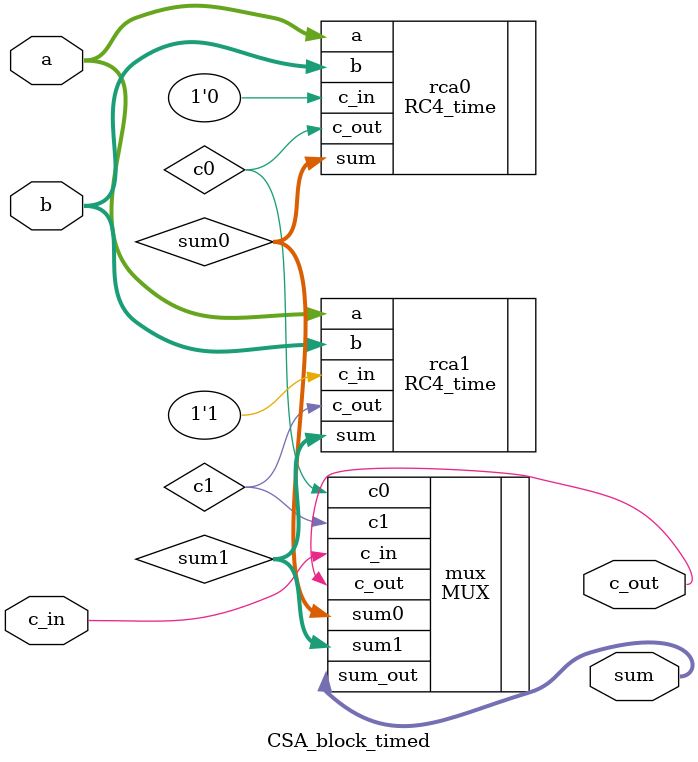
<source format=v>
`timescale 1ns / 1ps


module CSA_block_timed(
    output [3:0] sum,
    output c_out,
    input [3:0] a, b,
    input c_in
);
    wire [3:0] sum0, sum1; // Sums for C-in = 0 and C-in = 1
    wire c0, c1;         // Carry-outs for both cases

    // Compute sum assuming carry-in is 0
    RC4_time rca0 (.sum(sum0), .c_out(c0), .a(a), .b(b), .c_in(1'b0));

    // Compute sum assuming carry-in is 1
    RC4_time rca1 (.sum(sum1), .c_out(c1), .a(a), .b(b), .c_in(1'b1));

    // Select the correct sum and carry-out using a 4-bit multiplexer
    MUX mux (.sum_out(sum), .c_out(c_out), .sum0(sum0), .sum1(sum1), .c0(c0), .c1(c1), .c_in(c_in));

endmodule

</source>
